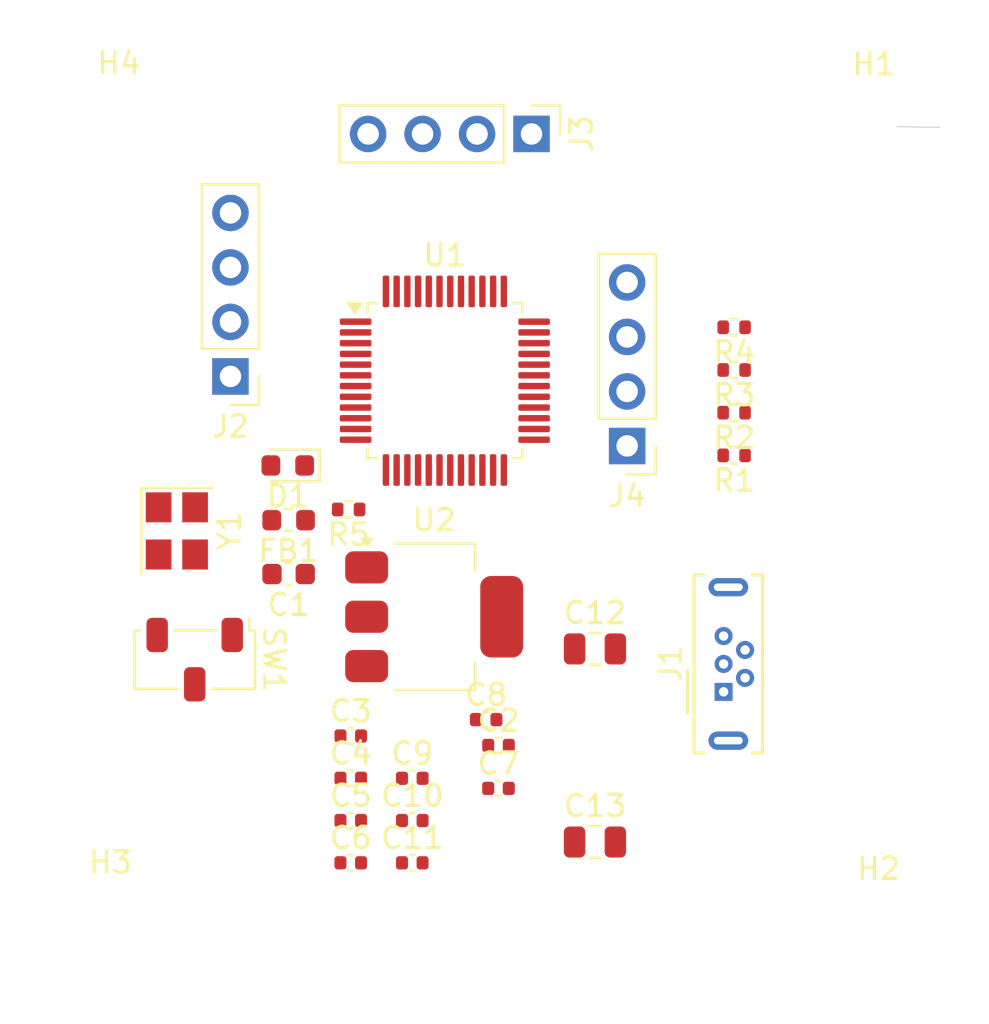
<source format=kicad_pcb>
(kicad_pcb (version 20240108) (generator "pcbnew") (generator_version "8.0")
  (layers (0 "F.Cu" signal) (31 "B.Cu" power) (34 "B.Paste" user) (35 "F.Paste" user) (36 "B.SilkS" user "B.Silkscreen") (37 "F.SilkS" user "F.Silkscreen") (38 "B.Mask" user) (39 "F.Mask" user) (44 "Edge.Cuts" user))
  (net 0 "")
  (net 1 "<NO NET>")
  (net 2 "+3.3V")
  (net 3 "+3.3VA")
  (net 4 "/NRST")
  (net 5 "/HSE_IN")
  (net 6 "/HSE_OUT")
  (net 7 "VBUS")
  (net 8 "GND")
  (net 9 "Net-(D1-K)")
  (net 10 "/USB_D+")
  (net 13 "/USB_D-")
  (net 15 "/SWDIO")
  (net 16 "/SWCLK")
  (net 17 "/USART1_TX")
  (net 18 "/USART1_RX")
  (net 19 "/I2C2_SCL")
  (net 20 "/I2C2_SDA")
  (net 21 "Net-(SW1-B)")
  (net 22 "Net-(U1-BOOT0)")
  (footprint "Capacitor_SMD:C_0402_1005Metric" (layer "F.Cu") (at 37.81 63.64)
    (property "Reference" "C11" (at 0 -1.16 0) (layer "F.SilkS"))
    (property "Value" "10p")
    (fp_line (start -0.107836 -0.36) (end 0.107836 -0.36) (stroke (width 0.12)) (layer "F.SilkS"))
    (fp_line (start -0.107836 0.36) (end 0.107836 0.36) (stroke (width 0.12)) (layer "F.SilkS"))
    (pad "1" smd roundrect (at -0.48 0) (size 0.56 0.62) (layers "F.Cu" "F.Paste" "F.Mask") (net 6 "/HSE_OUT"))
    (pad "2" smd roundrect (at 0.48 0) (size 0.56 0.62) (layers "F.Cu" "F.Paste" "F.Mask") (net 1 "<NO NET>"))
  )
  (footprint "Capacitor_SMD:C_0402_1005Metric" (layer "F.Cu") (at 34.94 63.64)
    (property "Reference" "C6" (at 0 -1.16 0) (layer "F.SilkS"))
    (property "Value" "10n")
    (fp_line (start -0.107836 -0.36) (end 0.107836 -0.36) (stroke (width 0.12)) (layer "F.SilkS"))
    (fp_line (start -0.107836 0.36) (end 0.107836 0.36) (stroke (width 0.12)) (layer "F.SilkS"))
    (pad "1" smd roundrect (at -0.48 0) (size 0.56 0.62) (layers "F.Cu" "F.Paste" "F.Mask") (net 3 "+3.3VA"))
    (pad "2" smd roundrect (at 0.48 0) (size 0.56 0.62) (layers "F.Cu" "F.Paste" "F.Mask") (net 1 "<NO NET>"))
  )
  (footprint "Capacitor_SMD:C_0402_1005Metric" (layer "F.Cu") (at 37.81 59.7)
    (property "Reference" "C9" (at 0 -1.16 0) (layer "F.SilkS"))
    (property "Value" "100n")
    (fp_line (start -0.107836 -0.36) (end 0.107836 -0.36) (stroke (width 0.12)) (layer "F.SilkS"))
    (fp_line (start -0.107836 0.36) (end 0.107836 0.36) (stroke (width 0.12)) (layer "F.SilkS"))
    (pad "1" smd roundrect (at -0.48 0) (size 0.56 0.62) (layers "F.Cu" "F.Paste" "F.Mask") (net 4 "/NRST"))
    (pad "2" smd roundrect (at 0.48 0) (size 0.56 0.62) (layers "F.Cu" "F.Paste" "F.Mask") (net 1 "<NO NET>"))
  )
  (footprint "MountingHole:MountingHole_2.2mm_M2" (layer "F.Cu") (at 59.34 29.62)
    (property "Reference" "H1" (at 0 -3.2 0) (layer "F.SilkS"))
    (property "Value" "MountingHole")
    (pad "" np_thru_hole circle (at 0 0) (size 2.2 2.2) (drill 2.2) (layers "*.Cu" "*.Mask"))
  )
  (footprint "Resistor_SMD:R_0402_1005Metric" (layer "F.Cu") (at 52.82 42.66 180)
    (property "Reference" "R2" (at 0 -1.17 180) (layer "F.SilkS"))
    (property "Value" "1k5")
    (fp_line (start -0.153641 0.38) (end 0.153641 0.38) (stroke (width 0.12)) (layer "F.SilkS"))
    (fp_line (start -0.153641 -0.38) (end 0.153641 -0.38) (stroke (width 0.12)) (layer "F.SilkS"))
    (pad "1" smd roundrect (at -0.51 0 180) (size 0.54 0.64) (layers "F.Cu" "F.Paste" "F.Mask") (net 10 "/USB_D+"))
    (pad "2" smd roundrect (at 0.51 0 180) (size 0.54 0.64) (layers "F.Cu" "F.Paste" "F.Mask") (net 2 "+3.3V"))
  )
  (footprint "MountingHole:MountingHole_2.2mm_M2" (layer "F.Cu") (at 59.56 67.11)
    (property "Reference" "H2" (at 0 -3.2 0) (layer "F.SilkS"))
    (property "Value" "MountingHole")
    (pad "" np_thru_hole circle (at 0 0) (size 2.2 2.2) (drill 2.2) (layers "*.Cu" "*.Mask"))
  )
  (footprint "Resistor_SMD:R_0402_1005Metric" (layer "F.Cu") (at 52.82 40.67 180)
    (property "Reference" "R3" (at 0 -1.17 180) (layer "F.SilkS"))
    (property "Value" "1k5")
    (fp_line (start -0.153641 0.38) (end 0.153641 0.38) (stroke (width 0.12)) (layer "F.SilkS"))
    (fp_line (start -0.153641 -0.38) (end 0.153641 -0.38) (stroke (width 0.12)) (layer "F.SilkS"))
    (pad "1" smd roundrect (at -0.51 0 180) (size 0.54 0.64) (layers "F.Cu" "F.Paste" "F.Mask") (net 2 "+3.3V"))
    (pad "2" smd roundrect (at 0.51 0 180) (size 0.54 0.64) (layers "F.Cu" "F.Paste" "F.Mask") (net 19 "/I2C2_SCL"))
  )
  (footprint "Capacitor_SMD:C_0402_1005Metric" (layer "F.Cu") (at 41.83 60.17)
    (property "Reference" "C7" (at 0 -1.16 0) (layer "F.SilkS"))
    (property "Value" "1u")
    (fp_line (start -0.107836 -0.36) (end 0.107836 -0.36) (stroke (width 0.12)) (layer "F.SilkS"))
    (fp_line (start -0.107836 0.36) (end 0.107836 0.36) (stroke (width 0.12)) (layer "F.SilkS"))
    (pad "1" smd roundrect (at -0.48 0) (size 0.56 0.62) (layers "F.Cu" "F.Paste" "F.Mask") (net 3 "+3.3VA"))
    (pad "2" smd roundrect (at 0.48 0) (size 0.56 0.62) (layers "F.Cu" "F.Paste" "F.Mask") (net 1 "<NO NET>"))
  )
  (footprint "Inductor_SMD:L_0603_1608Metric" (layer "F.Cu") (at 32.0425 47.67 180)
    (property "Reference" "FB1" (at 0 -1.43 180) (layer "F.SilkS"))
    (property "Value" "120R")
    (fp_line (start -0.162779 0.51) (end 0.162779 0.51) (stroke (width 0.12)) (layer "F.SilkS"))
    (fp_line (start -0.162779 -0.51) (end 0.162779 -0.51) (stroke (width 0.12)) (layer "F.SilkS"))
    (pad "1" smd roundrect (at -0.7875 0 180) (size 0.875 0.95) (layers "F.Cu" "F.Paste" "F.Mask") (net 2 "+3.3V"))
    (pad "2" smd roundrect (at 0.7875 0 180) (size 0.875 0.95) (layers "F.Cu" "F.Paste" "F.Mask") (net 3 "+3.3VA"))
  )
  (footprint "Connector_PinHeader_2.54mm:PinHeader_1x04_P2.54mm_Vertical" (layer "F.Cu") (at 43.37 29.67 -90)
    (property "Reference" "J3" (at 0 -2.33 90) (layer "F.SilkS"))
    (property "Value" "Conn_01x04_Pin")
    (fp_line (start -1.33 8.95) (end 1.33 8.95) (stroke (width 0.12)) (layer "F.SilkS"))
    (fp_line (start -1.33 1.27) (end -1.33 8.95) (stroke (width 0.12)) (layer "F.SilkS"))
    (fp_line (start -1.33 1.27) (end 1.33 1.27) (stroke (width 0.12)) (layer "F.SilkS"))
    (fp_line (start 1.33 1.27) (end 1.33 8.95) (stroke (width 0.12)) (layer "F.SilkS"))
    (fp_line (start -1.33 0) (end -1.33 -1.33) (stroke (width 0.12)) (layer "F.SilkS"))
    (fp_line (start -1.33 -1.33) (end 0 -1.33) (stroke (width 0.12)) (layer "F.SilkS"))
    (pad "1" thru_hole rect (at 0 0 270) (size 1.7 1.7) (drill 1) (layers "*.Cu" "*.Mask") (net 2 "+3.3V"))
    (pad "2" thru_hole oval (at 0 2.54 270) (size 1.7 1.7) (drill 1) (layers "*.Cu" "*.Mask") (net 17 "/USART1_TX"))
    (pad "3" thru_hole oval (at 0 5.08 270) (size 1.7 1.7) (drill 1) (layers "*.Cu" "*.Mask") (net 18 "/USART1_RX"))
    (pad "4" thru_hole oval (at 0 7.62 270) (size 1.7 1.7) (drill 1) (layers "*.Cu" "*.Mask") (net 1 "<NO NET>"))
  )
  (footprint "Capacitor_SMD:C_0402_1005Metric" (layer "F.Cu") (at 34.94 61.67)
    (property "Reference" "C5" (at 0 -1.16 0) (layer "F.SilkS"))
    (property "Value" "100n")
    (fp_line (start -0.107836 -0.36) (end 0.107836 -0.36) (stroke (width 0.12)) (layer "F.SilkS"))
    (fp_line (start -0.107836 0.36) (end 0.107836 0.36) (stroke (width 0.12)) (layer "F.SilkS"))
    (pad "1" smd roundrect (at -0.48 0) (size 0.56 0.62) (layers "F.Cu" "F.Paste" "F.Mask") (net 2 "+3.3V"))
    (pad "2" smd roundrect (at 0.48 0) (size 0.56 0.62) (layers "F.Cu" "F.Paste" "F.Mask") (net 1 "<NO NET>"))
  )
  (footprint "Capacitor_SMD:C_0402_1005Metric" (layer "F.Cu") (at 41.83 58.17)
    (property "Reference" "C2" (at 0 -1.16 0) (layer "F.SilkS"))
    (property "Value" "100n")
    (fp_line (start -0.107836 -0.36) (end 0.107836 -0.36) (stroke (width 0.12)) (layer "F.SilkS"))
    (fp_line (start -0.107836 0.36) (end 0.107836 0.36) (stroke (width 0.12)) (layer "F.SilkS"))
    (pad "1" smd roundrect (at -0.48 0) (size 0.56 0.62) (layers "F.Cu" "F.Paste" "F.Mask") (net 2 "+3.3V"))
    (pad "2" smd roundrect (at 0.48 0) (size 0.56 0.62) (layers "F.Cu" "F.Paste" "F.Mask") (net 1 "<NO NET>"))
  )
  (footprint "Connector_PinHeader_2.54mm:PinHeader_1x04_P2.54mm_Vertical" (layer "F.Cu") (at 29.33 40.97 180)
    (property "Reference" "J2" (at 0 -2.33 180) (layer "F.SilkS"))
    (property "Value" "Conn_01x04_Pin")
    (fp_line (start 1.33 1.27) (end 1.33 8.95) (stroke (width 0.12)) (layer "F.SilkS"))
    (fp_line (start -1.33 8.95) (end 1.33 8.95) (stroke (width 0.12)) (layer "F.SilkS"))
    (fp_line (start -1.33 1.27) (end 1.33 1.27) (stroke (width 0.12)) (layer "F.SilkS"))
    (fp_line (start -1.33 1.27) (end -1.33 8.95) (stroke (width 0.12)) (layer "F.SilkS"))
    (fp_line (start -1.33 0) (end -1.33 -1.33) (stroke (width 0.12)) (layer "F.SilkS"))
    (fp_line (start -1.33 -1.33) (end 0 -1.33) (stroke (width 0.12)) (layer "F.SilkS"))
    (pad "1" thru_hole rect (at 0 0 180) (size 1.7 1.7) (drill 1) (layers "*.Cu" "*.Mask") (net 2 "+3.3V"))
    (pad "2" thru_hole oval (at 0 2.54 180) (size 1.7 1.7) (drill 1) (layers "*.Cu" "*.Mask") (net 15 "/SWDIO"))
    (pad "3" thru_hole oval (at 0 5.08 180) (size 1.7 1.7) (drill 1) (layers "*.Cu" "*.Mask") (net 16 "/SWCLK"))
    (pad "4" thru_hole oval (at 0 7.62 180) (size 1.7 1.7) (drill 1) (layers "*.Cu" "*.Mask") (net 1 "<NO NET>"))
  )
  (footprint "Capacitor_SMD:C_0603_1608Metric" (layer "F.Cu") (at 32.0425 50.18 180)
    (property "Reference" "C1" (at 0 -1.43 180) (layer "F.SilkS"))
    (property "Value" "10u")
    (fp_line (start -0.14058 0.51) (end 0.14058 0.51) (stroke (width 0.12)) (layer "F.SilkS"))
    (fp_line (start -0.14058 -0.51) (end 0.14058 -0.51) (stroke (width 0.12)) (layer "F.SilkS"))
    (pad "1" smd roundrect (at -0.775 0 180) (size 0.9 0.95) (layers "F.Cu" "F.Paste" "F.Mask") (net 2 "+3.3V"))
    (pad "2" smd roundrect (at 0.775 0 180) (size 0.9 0.95) (layers "F.Cu" "F.Paste" "F.Mask") (net 1 "<NO NET>"))
  )
  (footprint "MountingHole:MountingHole_2.2mm_M2" (layer "F.Cu") (at 23.73 66.82)
    (property "Reference" "H3" (at 0 -3.2 0) (layer "F.SilkS"))
    (property "Value" "MountingHole")
    (pad "" np_thru_hole circle (at 0 0) (size 2.2 2.2) (drill 2.2) (layers "*.Cu" "*.Mask"))
  )
  (footprint "Resistor_SMD:R_0402_1005Metric" (layer "F.Cu") (at 52.82 44.65 180)
    (property "Reference" "R1" (at 0 -1.17 180) (layer "F.SilkS"))
    (property "Value" "1OK")
    (fp_line (start -0.153641 0.38) (end 0.153641 0.38) (stroke (width 0.12)) (layer "F.SilkS"))
    (fp_line (start -0.153641 -0.38) (end 0.153641 -0.38) (stroke (width 0.12)) (layer "F.SilkS"))
    (pad "1" smd roundrect (at -0.51 0 180) (size 0.54 0.64) (layers "F.Cu" "F.Paste" "F.Mask") (net 21 "Net-(SW1-B)"))
    (pad "2" smd roundrect (at 0.51 0 180) (size 0.54 0.64) (layers "F.Cu" "F.Paste" "F.Mask") (net 22 "Net-(U1-BOOT0)"))
  )
  (footprint "Capacitor_SMD:C_0402_1005Metric" (layer "F.Cu") (at 37.81 61.67)
    (property "Reference" "C10" (at 0 -1.16 0) (layer "F.SilkS"))
    (property "Value" "10p")
    (fp_line (start -0.107836 -0.36) (end 0.107836 -0.36) (stroke (width 0.12)) (layer "F.SilkS"))
    (fp_line (start -0.107836 0.36) (end 0.107836 0.36) (stroke (width 0.12)) (layer "F.SilkS"))
    (pad "1" smd roundrect (at -0.48 0) (size 0.56 0.62) (layers "F.Cu" "F.Paste" "F.Mask") (net 5 "/HSE_IN"))
    (pad "2" smd roundrect (at 0.48 0) (size 0.56 0.62) (layers "F.Cu" "F.Paste" "F.Mask") (net 1 "<NO NET>"))
  )
  (footprint "Package_QFP:LQFP-48_7x7mm_P0.5mm" (layer "F.Cu") (at 39.33 41.17)
    (property "Reference" "U1" (at 0 -5.85 0) (layer "F.SilkS"))
    (property "Value" "STM32F103C8Tx")
    (fp_line (start -3.61 -3.61) (end -3.61 -3.16) (stroke (width 0.12)) (layer "F.SilkS"))
    (fp_line (start -3.61 3.61) (end -3.61 3.16) (stroke (width 0.12)) (layer "F.SilkS"))
    (fp_line (start -3.16 -3.61) (end -3.61 -3.61) (stroke (width 0.12)) (layer "F.SilkS"))
    (fp_line (start -3.16 3.61) (end -3.61 3.61) (stroke (width 0.12)) (layer "F.SilkS"))
    (fp_line (start 3.16 -3.61) (end 3.61 -3.61) (stroke (width 0.12)) (layer "F.SilkS"))
    (fp_line (start 3.16 3.61) (end 3.61 3.61) (stroke (width 0.12)) (layer "F.SilkS"))
    (fp_line (start 3.61 -3.61) (end 3.61 -3.16) (stroke (width 0.12)) (layer "F.SilkS"))
    (fp_line (start 3.61 3.61) (end 3.61 3.16) (stroke (width 0.12)) (layer "F.SilkS"))
    (fp_poly (pts (xy -4.2 -3.16) (xy -4.54 -3.63) (xy -3.86 -3.63) (xy -4.2 -3.16)) (stroke (width 0.12)) (fill solid) (layer "F.SilkS"))
    (pad "1" smd roundrect (at -4.1625 -2.75) (size 1.475 0.3) (layers "F.Cu" "F.Paste" "F.Mask") (net 2 "+3.3V"))
    (pad "2" smd roundrect (at -4.1625 -2.25) (size 1.475 0.3) (layers "F.Cu" "F.Paste" "F.Mask"))
    (pad "3" smd roundrect (at -4.1625 -1.75) (size 1.475 0.3) (layers "F.Cu" "F.Paste" "F.Mask"))
    (pad "4" smd roundrect (at -4.1625 -1.25) (size 1.475 0.3) (layers "F.Cu" "F.Paste" "F.Mask"))
    (pad "5" smd roundrect (at -4.1625 -0.75) (size 1.475 0.3) (layers "F.Cu" "F.Paste" "F.Mask") (net 5 "/HSE_IN"))
    (pad "6" smd roundrect (at -4.1625 -0.25) (size 1.475 0.3) (layers "F.Cu" "F.Paste" "F.Mask") (net 6 "/HSE_OUT"))
    (pad "7" smd roundrect (at -4.1625 0.25) (size 1.475 0.3) (layers "F.Cu" "F.Paste" "F.Mask") (net 4 "/NRST"))
    (pad "8" smd roundrect (at -4.1625 0.75) (size 1.475 0.3) (layers "F.Cu" "F.Paste" "F.Mask") (net 1 "<NO NET>"))
    (pad "9" smd roundrect (at -4.1625 1.25) (size 1.475 0.3) (layers "F.Cu" "F.Paste" "F.Mask") (net 3 "+3.3VA"))
    (pad "10" smd roundrect (at -4.1625 1.75) (size 1.475 0.3) (layers "F.Cu" "F.Paste" "F.Mask"))
    (pad "11" smd roundrect (at -4.1625 2.25) (size 1.475 0.3) (layers "F.Cu" "F.Paste" "F.Mask"))
    (pad "12" smd roundrect (at -4.1625 2.75) (size 1.475 0.3) (layers "F.Cu" "F.Paste" "F.Mask"))
    (pad "13" smd roundrect (at -2.75 4.1625) (size 0.3 1.475) (layers "F.Cu" "F.Paste" "F.Mask"))
    (pad "14" smd roundrect (at -2.25 4.1625) (size 0.3 1.475) (layers "F.Cu" "F.Paste" "F.Mask"))
    (pad "15" smd roundrect (at -1.75 4.1625) (size 0.3 1.475) (layers "F.Cu" "F.Paste" "F.Mask"))
    (pad "16" smd roundrect (at -1.25 4.1625) (size 0.3 1.475) (layers "F.Cu" "F.Paste" "F.Mask"))
    (pad "17" smd roundrect (at -0.75 4.1625) (size 0.3 1.475) (layers "F.Cu" "F.Paste" "F.Mask"))
    (pad "18" smd roundrect (at -0.25 4.1625) (size 0.3 1.475) (layers "F.Cu" "F.Paste" "F.Mask"))
    (pad "19" smd roundrect (at 0.25 4.1625) (size 0.3 1.475) (layers "F.Cu" "F.Paste" "F.Mask"))
    (pad "20" smd roundrect (at 0.75 4.1625) (size 0.3 1.475) (layers "F.Cu" "F.Paste" "F.Mask"))
    (pad "21" smd roundrect (at 1.25 4.1625) (size 0.3 1.475) (layers "F.Cu" "F.Paste" "F.Mask") (net 19 "/I2C2_SCL"))
    (pad "22" smd roundrect (at 1.75 4.1625) (size 0.3 1.475) (layers "F.Cu" "F.Paste" "F.Mask") (net 20 "/I2C2_SDA"))
    (pad "23" smd roundrect (at 2.25 4.1625) (size 0.3 1.475) (layers "F.Cu" "F.Paste" "F.Mask") (net 1 "<NO NET>"))
    (pad "24" smd roundrect (at 2.75 4.1625) (size 0.3 1.475) (layers "F.Cu" "F.Paste" "F.Mask") (net 2 "+3.3V"))
    (pad "25" smd roundrect (at 4.1625 2.75) (size 1.475 0.3) (layers "F.Cu" "F.Paste" "F.Mask"))
    (pad "26" smd roundrect (at 4.1625 2.25) (size 1.475 0.3) (layers "F.Cu" "F.Paste" "F.Mask"))
    (pad "27" smd roundrect (at 4.1625 1.75) (size 1.475 0.3) (layers "F.Cu" "F.Paste" "F.Mask"))
    (pad "28" smd roundrect (at 4.1625 1.25) (size 1.475 0.3) (layers "F.Cu" "F.Paste" "F.Mask"))
    (pad "29" smd roundrect (at 4.1625 0.75) (size 1.475 0.3) (layers "F.Cu" "F.Paste" "F.Mask"))
    (pad "30" smd roundrect (at 4.1625 0.25) (size 1.475 0.3) (layers "F.Cu" "F.Paste" "F.Mask"))
    (pad "31" smd roundrect (at 4.1625 -0.25) (size 1.475 0.3) (layers "F.Cu" "F.Paste" "F.Mask"))
    (pad "32" smd roundrect (at 4.1625 -0.75) (size 1.475 0.3) (layers "F.Cu" "F.Paste" "F.Mask") (net 13 "/USB_D-"))
    (pad "33" smd roundrect (at 4.1625 -1.25) (size 1.475 0.3) (layers "F.Cu" "F.Paste" "F.Mask") (net 10 "/USB_D+"))
    (pad "34" smd roundrect (at 4.1625 -1.75) (size 1.475 0.3) (layers "F.Cu" "F.Paste" "F.Mask") (net 15 "/SWDIO"))
    (pad "35" smd roundrect (at 4.1625 -2.25) (size 1.475 0.3) (layers "F.Cu" "F.Paste" "F.Mask") (net 1 "<NO NET>"))
    (pad "36" smd roundrect (at 4.1625 -2.75) (size 1.475 0.3) (layers "F.Cu" "F.Paste" "F.Mask") (net 2 "+3.3V"))
    (pad "37" smd roundrect (at 2.75 -4.1625) (size 0.3 1.475) (layers "F.Cu" "F.Paste" "F.Mask") (net 16 "/SWCLK"))
    (pad "38" smd roundrect (at 2.25 -4.1625) (size 0.3 1.475) (layers "F.Cu" "F.Paste" "F.Mask"))
    (pad "39" smd roundrect (at 1.75 -4.1625) (size 0.3 1.475) (layers "F.Cu" "F.Paste" "F.Mask"))
    (pad "40" smd roundrect (at 1.25 -4.1625) (size 0.3 1.475) (layers "F.Cu" "F.Paste" "F.Mask"))
    (pad "41" smd roundrect (at 0.75 -4.1625) (size 0.3 1.475) (layers "F.Cu" "F.Paste" "F.Mask"))
    (pad "42" smd roundrect (at 0.25 -4.1625) (size 0.3 1.475) (layers "F.Cu" "F.Paste" "F.Mask") (net 17 "/USART1_TX"))
    (pad "43" smd roundrect (at -0.25 -4.1625) (size 0.3 1.475) (layers "F.Cu" "F.Paste" "F.Mask") (net 18 "/USART1_RX"))
    (pad "44" smd roundrect (at -0.75 -4.1625) (size 0.3 1.475) (layers "F.Cu" "F.Paste" "F.Mask") (net 22 "Net-(U1-BOOT0)"))
    (pad "45" smd roundrect (at -1.25 -4.1625) (size 0.3 1.475) (layers "F.Cu" "F.Paste" "F.Mask"))
    (pad "46" smd roundrect (at -1.75 -4.1625) (size 0.3 1.475) (layers "F.Cu" "F.Paste" "F.Mask"))
    (pad "47" smd roundrect (at -2.25 -4.1625) (size 0.3 1.475) (layers "F.Cu" "F.Paste" "F.Mask") (net 1 "<NO NET>"))
    (pad "48" smd roundrect (at -2.75 -4.1625) (size 0.3 1.475) (layers "F.Cu" "F.Paste" "F.Mask") (net 2 "+3.3V"))
  )
  (footprint "Resistor_SMD:R_0402_1005Metric" (layer "F.Cu") (at 34.84 47.17 180)
    (property "Reference" "R5" (at 0 -1.17 180) (layer "F.SilkS"))
    (property "Value" "1K5")
    (fp_line (start -0.153641 0.38) (end 0.153641 0.38) (stroke (width 0.12)) (layer "F.SilkS"))
    (fp_line (start -0.153641 -0.38) (end 0.153641 -0.38) (stroke (width 0.12)) (layer "F.SilkS"))
    (pad "1" smd roundrect (at -0.51 0 180) (size 0.54 0.64) (layers "F.Cu" "F.Paste" "F.Mask") (net 8 "GND"))
    (pad "2" smd roundrect (at 0.51 0 180) (size 0.54 0.64) (layers "F.Cu" "F.Paste" "F.Mask") (net 9 "Net-(D1-K)"))
  )
  (footprint "MountingHole:MountingHole_2.2mm_M2" (layer "F.Cu") (at 24.13 29.57)
    (property "Reference" "H4" (at 0 -3.2 0) (layer "F.SilkS"))
    (property "Value" "MountingHole")
    (pad "" np_thru_hole circle (at 0 0) (size 2.2 2.2) (drill 2.2) (layers "*.Cu" "*.Mask"))
  )
  (footprint "Capacitor_SMD:C_0402_1005Metric" (layer "F.Cu") (at 34.94 59.7)
    (property "Reference" "C4" (at 0 -1.16 0) (layer "F.SilkS"))
    (property "Value" "100n")
    (fp_line (start -0.107836 -0.36) (end 0.107836 -0.36) (stroke (width 0.12)) (layer "F.SilkS"))
    (fp_line (start -0.107836 0.36) (end 0.107836 0.36) (stroke (width 0.12)) (layer "F.SilkS"))
    (pad "1" smd roundrect (at -0.48 0) (size 0.56 0.62) (layers "F.Cu" "F.Paste" "F.Mask") (net 2 "+3.3V"))
    (pad "2" smd roundrect (at 0.48 0) (size 0.56 0.62) (layers "F.Cu" "F.Paste" "F.Mask") (net 1 "<NO NET>"))
  )
  (footprint "Package_TO_SOT_SMD:SOT-223-3_TabPin2" (layer "F.Cu") (at 38.83 52.17)
    (property "Reference" "U2" (at 0 -4.5 0) (layer "F.SilkS"))
    (property "Value" "AMS1117-3.3")
    (fp_line (start -1.85 -3.41) (end 1.91 -3.41) (stroke (width 0.12)) (layer "F.SilkS"))
    (fp_line (start -1.85 3.41) (end 1.91 3.41) (stroke (width 0.12)) (layer "F.SilkS"))
    (fp_line (start 1.91 -3.41) (end 1.91 -2.15) (stroke (width 0.12)) (layer "F.SilkS"))
    (fp_line (start 1.91 3.41) (end 1.91 2.15) (stroke (width 0.12)) (layer "F.SilkS"))
    (fp_poly (pts (xy -3.13 -3.31) (xy -3.37 -3.64) (xy -2.89 -3.64) (xy -3.13 -3.31)) (stroke (width 0.12)) (fill solid) (layer "F.SilkS"))
    (pad "1" smd roundrect (at -3.15 -2.3) (size 2 1.5) (layers "F.Cu" "F.Paste" "F.Mask") (net 8 "GND"))
    (pad "2" smd roundrect (at -3.15 0) (size 2 1.5) (layers "F.Cu" "F.Paste" "F.Mask") (net 2 "+3.3V"))
    (pad "2" smd roundrect (at 3.15 0) (size 2 3.8) (layers "F.Cu" "F.Paste" "F.Mask") (net 2 "+3.3V"))
    (pad "3" smd roundrect (at -3.15 2.3) (size 2 1.5) (layers "F.Cu" "F.Paste" "F.Mask") (net 7 "VBUS"))
  )
  (footprint "LED_SMD:LED_0603_1608Metric" (layer "F.Cu") (at 32.0025 45.12 180)
    (property "Reference" "D1" (at 0 -1.43 180) (layer "F.SilkS"))
    (property "Value" "RED")
    (fp_line (start 0.8 -0.735) (end -1.485 -0.735) (stroke (width 0.12)) (layer "F.SilkS"))
    (fp_line (start -1.485 0.735) (end 0.8 0.735) (stroke (width 0.12)) (layer "F.SilkS"))
    (fp_line (start -1.485 -0.735) (end -1.485 0.735) (stroke (width 0.12)) (layer "F.SilkS"))
    (pad "1" smd roundrect (at -0.7875 0 180) (size 0.875 0.95) (layers "F.Cu" "F.Paste" "F.Mask") (net 9 "Net-(D1-K)"))
    (pad "2" smd roundrect (at 0.7875 0 180) (size 0.875 0.95) (layers "F.Cu" "F.Paste" "F.Mask") (net 2 "+3.3V"))
  )
  (footprint "Connector_USB:USB_Micro-B_Wuerth_614105150721_Vertical" (layer "F.Cu") (at 52.33 55.67 90)
    (property "Reference" "J1" (at 1.3 -2.48 270) (layer "F.SilkS"))
    (property "Value" "USB_B_Micro")
    (fp_line (start -1 -1.68) (end 1 -1.68) (stroke (width 0.15)) (layer "F.SilkS"))
    (fp_line (start 5.45 -1.38) (end 5.45 -0.905) (stroke (width 0.15)) (layer "F.SilkS"))
    (fp_line (start -2.85 -1.38) (end 5.45 -1.38) (stroke (width 0.15)) (layer "F.SilkS"))
    (fp_line (start -2.85 -0.905) (end -2.85 -1.38) (stroke (width 0.15)) (layer "F.SilkS"))
    (fp_line (start -2.85 1.345) (end -2.85 1.82) (stroke (width 0.15)) (layer "F.SilkS"))
    (fp_line (start 5.45 1.82) (end 5.45 1.345) (stroke (width 0.15)) (layer "F.SilkS"))
    (fp_line (start -2.85 1.82) (end 5.45 1.82) (stroke (width 0.15)) (layer "F.SilkS"))
    (pad "1" thru_hole rect (at 0 0 90) (size 0.84 0.84) (drill 0.44) (layers "*.Cu" "*.Mask") (net 7 "VBUS"))
    (pad "2" thru_hole circle (at 0.65 1 90) (size 0.84 0.84) (drill 0.44) (layers "*.Cu" "*.Mask") (net 13 "/USB_D-"))
    (pad "3" thru_hole circle (at 1.3 0 90) (size 0.84 0.84) (drill 0.44) (layers "*.Cu" "*.Mask") (net 10 "/USB_D+"))
    (pad "4" thru_hole circle (at 1.95 1 90) (size 0.84 0.84) (drill 0.44) (layers "*.Cu" "*.Mask"))
    (pad "5" thru_hole circle (at 2.6 0 90) (size 0.84 0.84) (drill 0.44) (layers "*.Cu" "*.Mask") (net 1 "<NO NET>"))
    (pad "6" thru_hole oval (at -2.275 0.22 90) (size 0.85 1.85) (drill oval 0.35 1.35) (layers "*.Cu" "*.Mask"))
    (pad "6" thru_hole oval (at 4.875 0.22 90) (size 0.85 1.85) (drill oval 0.35 1.35) (layers "*.Cu" "*.Mask"))
  )
  (footprint "Button_Switch_SMD:Nidec_Copal_CAS-120A" (layer "F.Cu") (at 27.6625 54.17 -90)
    (property "Reference" "SW1" (at 0 -3.7 -90) (layer "F.SilkS"))
    (property "Value" "SW_SPDT")
    (fp_line (start -1.36 2.81) (end -1.36 2.55) (stroke (width 0.12)) (layer "F.SilkS"))
    (fp_line (start 1.35 2.81) (end -1.35 2.81) (stroke (width 0.12)) (layer "F.SilkS"))
    (fp_line (start 1.36 0.8) (end 1.36 2.81) (stroke (width 0.12)) (layer "F.SilkS"))
    (fp_line (start -1.36 -0.98) (end -1.36 0.98) (stroke (width 0.12)) (layer "F.SilkS"))
    (fp_line (start -1.36 -2.55) (end -1.9 -2.55) (stroke (width 0.12)) (layer "F.SilkS"))
    (fp_line (start -1.36 -2.55) (end -1.36 -2.8) (stroke (width 0.12)) (layer "F.SilkS"))
    (fp_line (start -1.36 -2.81) (end 1.36 -2.81) (stroke (width 0.12)) (layer "F.SilkS"))
    (fp_line (start 1.36 -2.81) (end 1.36 -0.8) (stroke (width 0.12)) (layer "F.SilkS"))
    (pad "1" smd roundrect (at -1.15 -1.75 180) (size 1 1.6) (layers "F.Cu" "F.Paste" "F.Mask") (net 1 "<NO NET>"))
    (pad "2" smd roundrect (at 1.15 0 180) (size 1 1.6) (layers "F.Cu" "F.Paste" "F.Mask") (net 21 "Net-(SW1-B)"))
    (pad "3" smd roundrect (at -1.15 1.75 180) (size 1 1.6) (layers "F.Cu" "F.Paste" "F.Mask") (net 2 "+3.3V"))
  )
  (footprint "Crystal:Crystal_SMD_3225-4Pin_3.2x2.5mm" (layer "F.Cu") (at 26.83 48.17 -90)
    (property "Reference" "Y1" (at 0 -2.45 90) (layer "F.SilkS"))
    (property "Value" "16MHz")
    (fp_line (start -2 1.65) (end 2 1.65) (stroke (width 0.12)) (layer "F.SilkS"))
    (fp_line (start -2 -1.65) (end -2 1.65) (stroke (width 0.12)) (layer "F.SilkS"))
    (pad "1" smd rect (at -1.1 0.85 270) (size 1.4 1.2) (layers "F.Cu" "F.Paste" "F.Mask") (net 5 "/HSE_IN"))
    (pad "2" smd rect (at 1.1 0.85 270) (size 1.4 1.2) (layers "F.Cu" "F.Paste" "F.Mask") (net 1 "<NO NET>"))
    (pad "3" smd rect (at 1.1 -0.85 270) (size 1.4 1.2) (layers "F.Cu" "F.Paste" "F.Mask") (net 6 "/HSE_OUT"))
    (pad "4" smd rect (at -1.1 -0.85 270) (size 1.4 1.2) (layers "F.Cu" "F.Paste" "F.Mask") (net 1 "<NO NET>"))
  )
  (footprint "Capacitor_SMD:C_0402_1005Metric" (layer "F.Cu") (at 34.94 57.73)
    (property "Reference" "C3" (at 0 -1.16 0) (layer "F.SilkS"))
    (property "Value" "100n")
    (fp_line (start -0.107836 -0.36) (end 0.107836 -0.36) (stroke (width 0.12)) (layer "F.SilkS"))
    (fp_line (start -0.107836 0.36) (end 0.107836 0.36) (stroke (width 0.12)) (layer "F.SilkS"))
    (pad "1" smd roundrect (at -0.48 0) (size 0.56 0.62) (layers "F.Cu" "F.Paste" "F.Mask") (net 2 "+3.3V"))
    (pad "2" smd roundrect (at 0.48 0) (size 0.56 0.62) (layers "F.Cu" "F.Paste" "F.Mask") (net 1 "<NO NET>"))
  )
  (footprint "Capacitor_SMD:C_0402_1005Metric" (layer "F.Cu") (at 41.255 56.965)
    (property "Reference" "C8" (at 0 -1.16 0) (layer "F.SilkS"))
    (property "Value" "1u")
    (fp_line (start -0.107836 -0.36) (end 0.107836 -0.36) (stroke (width 0.12)) (layer "F.SilkS"))
    (fp_line (start -0.107836 0.36) (end 0.107836 0.36) (stroke (width 0.12)) (layer "F.SilkS"))
    (pad "1" smd roundrect (at -0.48 0) (size 0.56 0.62) (layers "F.Cu" "F.Paste" "F.Mask") (net 2 "+3.3V"))
    (pad "2" smd roundrect (at 0.48 0) (size 0.56 0.62) (layers "F.Cu" "F.Paste" "F.Mask") (net 1 "<NO NET>"))
  )
  (footprint "Capacitor_SMD:C_0805_2012Metric" (layer "F.Cu") (at 46.33 53.67)
    (property "Reference" "C12" (at 0 -1.68 0) (layer "F.SilkS"))
    (property "Value" "22u")
    (fp_line (start -0.261252 -0.735) (end 0.261252 -0.735) (stroke (width 0.12)) (layer "F.SilkS"))
    (fp_line (start -0.261252 0.735) (end 0.261252 0.735) (stroke (width 0.12)) (layer "F.SilkS"))
    (pad "1" smd roundrect (at -0.95 0) (size 1 1.45) (layers "F.Cu" "F.Paste" "F.Mask") (net 7 "VBUS"))
    (pad "2" smd roundrect (at 0.95 0) (size 1 1.45) (layers "F.Cu" "F.Paste" "F.Mask") (net 8 "GND"))
  )
  (footprint "Connector_PinHeader_2.54mm:PinHeader_1x04_P2.54mm_Vertical" (layer "F.Cu") (at 47.83 44.21 180)
    (property "Reference" "J4" (at 0 -2.33 180) (layer "F.SilkS"))
    (property "Value" "Conn_01x04_Pin")
    (fp_line (start 1.33 1.27) (end 1.33 8.95) (stroke (width 0.12)) (layer "F.SilkS"))
    (fp_line (start -1.33 8.95) (end 1.33 8.95) (stroke (width 0.12)) (layer "F.SilkS"))
    (fp_line (start -1.33 1.27) (end 1.33 1.27) (stroke (width 0.12)) (layer "F.SilkS"))
    (fp_line (start -1.33 1.27) (end -1.33 8.95) (stroke (width 0.12)) (layer "F.SilkS"))
    (fp_line (start -1.33 0) (end -1.33 -1.33) (stroke (width 0.12)) (layer "F.SilkS"))
    (fp_line (start -1.33 -1.33) (end 0 -1.33) (stroke (width 0.12)) (layer "F.SilkS"))
    (pad "1" thru_hole rect (at 0 0 180) (size 1.7 1.7) (drill 1) (layers "*.Cu" "*.Mask") (net 2 "+3.3V"))
    (pad "2" thru_hole oval (at 0 2.54 180) (size 1.7 1.7) (drill 1) (layers "*.Cu" "*.Mask") (net 19 "/I2C2_SCL"))
    (pad "3" thru_hole oval (at 0 5.08 180) (size 1.7 1.7) (drill 1) (layers "*.Cu" "*.Mask") (net 20 "/I2C2_SDA"))
    (pad "4" thru_hole oval (at 0 7.62 180) (size 1.7 1.7) (drill 1) (layers "*.Cu" "*.Mask") (net 1 "<NO NET>"))
  )
  (footprint "Capacitor_SMD:C_0805_2012Metric" (layer "F.Cu") (at 46.33 62.67)
    (property "Reference" "C13" (at 0 -1.68 0) (layer "F.SilkS"))
    (property "Value" "22u")
    (fp_line (start -0.261252 -0.735) (end 0.261252 -0.735) (stroke (width 0.12)) (layer "F.SilkS"))
    (fp_line (start -0.261252 0.735) (end 0.261252 0.735) (stroke (width 0.12)) (layer "F.SilkS"))
    (pad "1" smd roundrect (at -0.95 0) (size 1 1.45) (layers "F.Cu" "F.Paste" "F.Mask") (net 2 "+3.3V"))
    (pad "2" smd roundrect (at 0.95 0) (size 1 1.45) (layers "F.Cu" "F.Paste" "F.Mask") (net 8 "GND"))
  )
  (footprint "Resistor_SMD:R_0402_1005Metric" (layer "F.Cu") (at 52.82 38.68 180)
    (property "Reference" "R4" (at 0 -1.17 180) (layer "F.SilkS"))
    (property "Value" "1k5")
    (fp_line (start -0.153641 0.38) (end 0.153641 0.38) (stroke (width 0.12)) (layer "F.SilkS"))
    (fp_line (start -0.153641 -0.38) (end 0.153641 -0.38) (stroke (width 0.12)) (layer "F.SilkS"))
    (pad "1" smd roundrect (at -0.51 0 180) (size 0.54 0.64) (layers "F.Cu" "F.Paste" "F.Mask") (net 2 "+3.3V"))
    (pad "2" smd roundrect (at 0.51 0 180) (size 0.54 0.64) (layers "F.Cu" "F.Paste" "F.Mask") (net 20 "/I2C2_SDA"))
  )
  (gr_line (start 59.37 29.31) (end 62.41 29.36) (stroke (width 0.05)) (layer "Edge.Cuts"))
)
</source>
